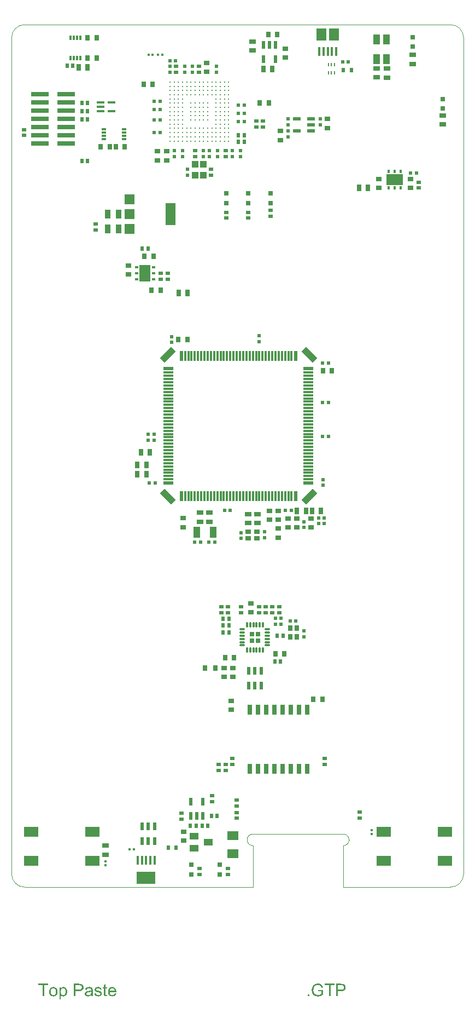
<source format=gtp>
G04 Layer_Color=33789*
%FSLAX43Y43*%
%MOMM*%
G71*
G01*
G75*
%ADD10R,0.640X1.000*%
%ADD11R,0.750X0.750*%
%ADD12R,1.000X0.640*%
%ADD13C,0.100*%
%ADD14C,0.100*%
%ADD15R,0.640X1.550*%
%ADD16R,2.160X1.520*%
%ADD17R,1.300X0.600*%
%ADD18R,1.650X1.500*%
%ADD19R,1.650X3.500*%
%ADD20R,0.640X1.000*%
%ADD21R,0.700X0.510*%
%ADD22R,1.000X1.000*%
%ADD23R,1.400X1.000*%
%ADD24R,0.600X1.300*%
%ADD25R,0.800X0.800*%
%ADD26R,0.800X0.800*%
%ADD27R,0.800X0.950*%
%ADD28R,0.300X0.800*%
G04:AMPARAMS|DCode=29|XSize=0.3mm|YSize=0.85mm|CornerRadius=0.075mm|HoleSize=0mm|Usage=FLASHONLY|Rotation=180.000|XOffset=0mm|YOffset=0mm|HoleType=Round|Shape=RoundedRectangle|*
%AMROUNDEDRECTD29*
21,1,0.300,0.700,0,0,180.0*
21,1,0.150,0.850,0,0,180.0*
1,1,0.150,-0.075,0.350*
1,1,0.150,0.075,0.350*
1,1,0.150,0.075,-0.350*
1,1,0.150,-0.075,-0.350*
%
%ADD29ROUNDEDRECTD29*%
G04:AMPARAMS|DCode=30|XSize=0.3mm|YSize=0.85mm|CornerRadius=0.075mm|HoleSize=0mm|Usage=FLASHONLY|Rotation=270.000|XOffset=0mm|YOffset=0mm|HoleType=Round|Shape=RoundedRectangle|*
%AMROUNDEDRECTD30*
21,1,0.300,0.700,0,0,270.0*
21,1,0.150,0.850,0,0,270.0*
1,1,0.150,-0.350,-0.075*
1,1,0.150,-0.350,0.075*
1,1,0.150,0.350,0.075*
1,1,0.150,0.350,-0.075*
%
%ADD30ROUNDEDRECTD30*%
%ADD31C,0.250*%
G04:AMPARAMS|DCode=32|XSize=1mm|YSize=2.5mm|CornerRadius=0mm|HoleSize=0mm|Usage=FLASHONLY|Rotation=315.000|XOffset=0mm|YOffset=0mm|HoleType=Round|Shape=Rectangle|*
%AMROTATEDRECTD32*
4,1,4,-1.237,-0.530,0.530,1.237,1.237,0.530,-0.530,-1.237,-1.237,-0.530,0.0*
%
%ADD32ROTATEDRECTD32*%

G04:AMPARAMS|DCode=33|XSize=1mm|YSize=2.5mm|CornerRadius=0mm|HoleSize=0mm|Usage=FLASHONLY|Rotation=225.000|XOffset=0mm|YOffset=0mm|HoleType=Round|Shape=Rectangle|*
%AMROTATEDRECTD33*
4,1,4,-0.530,1.237,1.237,-0.530,0.530,-1.237,-1.237,0.530,-0.530,1.237,0.0*
%
%ADD33ROTATEDRECTD33*%

%ADD34R,0.300X1.650*%
%ADD35R,0.500X1.650*%
%ADD36R,1.650X0.500*%
%ADD37R,1.650X0.300*%
%ADD38R,1.700X2.500*%
%ADD39R,0.500X0.450*%
%ADD40R,0.425X0.330*%
%ADD41R,0.600X1.200*%
%ADD42R,0.250X0.600*%
%ADD43R,0.550X0.800*%
%ADD44R,1.000X1.800*%
%ADD45R,0.850X0.750*%
%ADD46R,1.500X1.900*%
%ADD47R,0.400X1.350*%
%ADD48R,0.400X1.350*%
%ADD49R,2.900X1.900*%
%ADD50R,2.790X0.740*%
%ADD51R,1.780X1.400*%
%ADD52R,0.900X1.400*%
%ADD53R,0.640X0.890*%
%ADD54R,0.560X0.510*%
%ADD55R,0.890X0.640*%
%ADD56R,0.510X0.560*%
%ADD57R,0.510X0.700*%
%ADD58R,1.000X0.640*%
%ADD59R,2.500X1.700*%
%ADD60R,0.450X0.500*%
%ADD61R,1.200X0.400*%
%ADD62R,0.800X0.300*%
%ADD63R,0.330X0.425*%
%ADD64R,0.750X0.850*%
%ADD65R,1.100X1.500*%
G36*
X15623Y-15446D02*
X15645Y-15448D01*
X15673Y-15454D01*
X15703Y-15459D01*
X15739Y-15468D01*
X15773Y-15476D01*
X15812Y-15490D01*
X15848Y-15504D01*
X15887Y-15523D01*
X15925Y-15546D01*
X15964Y-15571D01*
X16000Y-15601D01*
X16034Y-15634D01*
X16037Y-15637D01*
X16042Y-15643D01*
X16050Y-15654D01*
X16062Y-15670D01*
X16075Y-15690D01*
X16089Y-15712D01*
X16106Y-15740D01*
X16123Y-15773D01*
X16139Y-15809D01*
X16156Y-15848D01*
X16170Y-15893D01*
X16184Y-15940D01*
X16195Y-15993D01*
X16203Y-16048D01*
X16209Y-16106D01*
X16211Y-16170D01*
Y-16173D01*
Y-16184D01*
Y-16203D01*
X16209Y-16231D01*
X15168D01*
Y-16234D01*
Y-16242D01*
X15170Y-16253D01*
Y-16270D01*
X15173Y-16290D01*
X15179Y-16312D01*
X15187Y-16362D01*
X15204Y-16417D01*
X15226Y-16478D01*
X15256Y-16534D01*
X15295Y-16584D01*
X15298D01*
X15301Y-16589D01*
X15318Y-16603D01*
X15342Y-16623D01*
X15376Y-16642D01*
X15420Y-16664D01*
X15470Y-16684D01*
X15526Y-16698D01*
X15556Y-16700D01*
X15590Y-16703D01*
X15612D01*
X15637Y-16700D01*
X15667Y-16695D01*
X15701Y-16687D01*
X15739Y-16675D01*
X15776Y-16659D01*
X15812Y-16637D01*
X15814Y-16634D01*
X15828Y-16623D01*
X15845Y-16606D01*
X15864Y-16584D01*
X15887Y-16553D01*
X15912Y-16514D01*
X15937Y-16470D01*
X15959Y-16417D01*
X16203Y-16448D01*
Y-16451D01*
X16200Y-16456D01*
X16198Y-16467D01*
X16192Y-16484D01*
X16184Y-16501D01*
X16175Y-16523D01*
X16153Y-16570D01*
X16125Y-16623D01*
X16087Y-16678D01*
X16042Y-16731D01*
X15987Y-16781D01*
X15984D01*
X15978Y-16786D01*
X15970Y-16792D01*
X15959Y-16800D01*
X15942Y-16809D01*
X15925Y-16817D01*
X15903Y-16828D01*
X15878Y-16839D01*
X15851Y-16850D01*
X15823Y-16861D01*
X15753Y-16878D01*
X15676Y-16892D01*
X15590Y-16898D01*
X15559D01*
X15540Y-16895D01*
X15515Y-16892D01*
X15484Y-16886D01*
X15451Y-16881D01*
X15415Y-16875D01*
X15337Y-16853D01*
X15295Y-16836D01*
X15256Y-16820D01*
X15215Y-16798D01*
X15176Y-16773D01*
X15140Y-16745D01*
X15104Y-16712D01*
X15101Y-16709D01*
X15095Y-16703D01*
X15087Y-16692D01*
X15076Y-16675D01*
X15062Y-16656D01*
X15048Y-16634D01*
X15032Y-16606D01*
X15015Y-16576D01*
X14998Y-16539D01*
X14982Y-16501D01*
X14968Y-16456D01*
X14954Y-16409D01*
X14943Y-16359D01*
X14934Y-16303D01*
X14929Y-16245D01*
X14926Y-16184D01*
Y-16181D01*
Y-16167D01*
Y-16151D01*
X14929Y-16126D01*
X14932Y-16095D01*
X14934Y-16062D01*
X14940Y-16023D01*
X14948Y-15984D01*
X14970Y-15895D01*
X14984Y-15851D01*
X15001Y-15804D01*
X15023Y-15759D01*
X15048Y-15718D01*
X15076Y-15676D01*
X15107Y-15637D01*
X15109Y-15634D01*
X15115Y-15629D01*
X15126Y-15620D01*
X15140Y-15607D01*
X15156Y-15593D01*
X15179Y-15576D01*
X15204Y-15557D01*
X15234Y-15540D01*
X15265Y-15521D01*
X15301Y-15504D01*
X15340Y-15487D01*
X15381Y-15473D01*
X15426Y-15459D01*
X15473Y-15451D01*
X15523Y-15446D01*
X15576Y-15443D01*
X15603D01*
X15623Y-15446D01*
D02*
G37*
G36*
X6509D02*
X6534Y-15448D01*
X6561Y-15454D01*
X6592Y-15459D01*
X6628Y-15465D01*
X6703Y-15490D01*
X6742Y-15504D01*
X6781Y-15523D01*
X6819Y-15543D01*
X6858Y-15571D01*
X6894Y-15598D01*
X6931Y-15632D01*
X6933Y-15634D01*
X6939Y-15640D01*
X6947Y-15651D01*
X6958Y-15665D01*
X6972Y-15684D01*
X6989Y-15709D01*
X7005Y-15737D01*
X7022Y-15768D01*
X7039Y-15801D01*
X7055Y-15843D01*
X7072Y-15884D01*
X7086Y-15931D01*
X7097Y-15981D01*
X7105Y-16034D01*
X7111Y-16090D01*
X7114Y-16151D01*
Y-16154D01*
Y-16162D01*
Y-16176D01*
Y-16195D01*
X7111Y-16217D01*
X7108Y-16245D01*
Y-16273D01*
X7103Y-16303D01*
X7094Y-16373D01*
X7078Y-16442D01*
X7058Y-16512D01*
X7030Y-16576D01*
Y-16578D01*
X7028Y-16581D01*
X7022Y-16589D01*
X7017Y-16600D01*
X6997Y-16628D01*
X6972Y-16662D01*
X6939Y-16700D01*
X6897Y-16739D01*
X6850Y-16778D01*
X6795Y-16814D01*
X6792D01*
X6789Y-16817D01*
X6781Y-16823D01*
X6767Y-16828D01*
X6753Y-16834D01*
X6736Y-16839D01*
X6695Y-16856D01*
X6647Y-16870D01*
X6589Y-16884D01*
X6528Y-16895D01*
X6461Y-16898D01*
X6434D01*
X6411Y-16895D01*
X6386Y-16892D01*
X6359Y-16886D01*
X6325Y-16881D01*
X6292Y-16875D01*
X6217Y-16853D01*
X6175Y-16836D01*
X6137Y-16820D01*
X6098Y-16798D01*
X6059Y-16773D01*
X6023Y-16745D01*
X5987Y-16712D01*
X5984Y-16709D01*
X5978Y-16703D01*
X5970Y-16692D01*
X5959Y-16675D01*
X5945Y-16656D01*
X5931Y-16634D01*
X5914Y-16606D01*
X5898Y-16573D01*
X5881Y-16537D01*
X5864Y-16495D01*
X5851Y-16451D01*
X5837Y-16403D01*
X5826Y-16351D01*
X5817Y-16295D01*
X5812Y-16234D01*
X5809Y-16170D01*
Y-16165D01*
Y-16154D01*
X5812Y-16134D01*
Y-16106D01*
X5814Y-16076D01*
X5820Y-16037D01*
X5826Y-15998D01*
X5837Y-15954D01*
X5848Y-15909D01*
X5862Y-15862D01*
X5878Y-15812D01*
X5901Y-15765D01*
X5923Y-15720D01*
X5953Y-15676D01*
X5984Y-15634D01*
X6023Y-15598D01*
X6025Y-15595D01*
X6031Y-15593D01*
X6042Y-15584D01*
X6056Y-15573D01*
X6073Y-15562D01*
X6095Y-15548D01*
X6117Y-15534D01*
X6145Y-15521D01*
X6175Y-15507D01*
X6209Y-15493D01*
X6284Y-15468D01*
X6370Y-15448D01*
X6414Y-15446D01*
X6461Y-15443D01*
X6489D01*
X6509Y-15446D01*
D02*
G37*
G36*
X5665Y-15174D02*
X5032D01*
Y-16867D01*
X4776D01*
Y-15174D01*
X4143D01*
Y-14946D01*
X5665D01*
Y-15174D01*
D02*
G37*
G36*
X14535Y-15473D02*
X14773D01*
Y-15657D01*
X14535D01*
Y-16476D01*
Y-16481D01*
Y-16492D01*
Y-16509D01*
X14537Y-16528D01*
X14540Y-16573D01*
X14543Y-16592D01*
X14546Y-16606D01*
X14548Y-16612D01*
X14557Y-16623D01*
X14568Y-16637D01*
X14587Y-16650D01*
X14593Y-16653D01*
X14607Y-16659D01*
X14632Y-16664D01*
X14668Y-16667D01*
X14696D01*
X14710Y-16664D01*
X14729D01*
X14751Y-16662D01*
X14773Y-16659D01*
X14804Y-16867D01*
X14798D01*
X14787Y-16870D01*
X14768Y-16873D01*
X14743Y-16875D01*
X14715Y-16881D01*
X14685Y-16884D01*
X14623Y-16886D01*
X14601D01*
X14579Y-16884D01*
X14551Y-16881D01*
X14518Y-16878D01*
X14485Y-16870D01*
X14454Y-16861D01*
X14424Y-16848D01*
X14421Y-16845D01*
X14412Y-16839D01*
X14401Y-16831D01*
X14385Y-16817D01*
X14371Y-16803D01*
X14354Y-16784D01*
X14337Y-16764D01*
X14326Y-16739D01*
Y-16737D01*
X14321Y-16725D01*
X14318Y-16706D01*
X14313Y-16678D01*
X14307Y-16642D01*
X14304Y-16620D01*
Y-16595D01*
X14301Y-16564D01*
X14299Y-16534D01*
Y-16501D01*
Y-16462D01*
Y-15657D01*
X14124D01*
Y-15473D01*
X14299D01*
Y-15129D01*
X14535Y-14988D01*
Y-15473D01*
D02*
G37*
G36*
X50013Y-15174D02*
X49380D01*
Y-16867D01*
X49125D01*
Y-15174D01*
X48492D01*
Y-14946D01*
X50013D01*
Y-15174D01*
D02*
G37*
G36*
X46107Y-16867D02*
X45838D01*
Y-16598D01*
X46107D01*
Y-16867D01*
D02*
G37*
G36*
X47495Y-14915D02*
X47518D01*
X47570Y-14921D01*
X47629Y-14929D01*
X47690Y-14943D01*
X47756Y-14960D01*
X47820Y-14982D01*
X47823D01*
X47829Y-14985D01*
X47837Y-14988D01*
X47848Y-14993D01*
X47879Y-15010D01*
X47917Y-15029D01*
X47959Y-15057D01*
X48003Y-15090D01*
X48045Y-15126D01*
X48084Y-15171D01*
X48090Y-15176D01*
X48101Y-15193D01*
X48117Y-15218D01*
X48139Y-15254D01*
X48162Y-15298D01*
X48187Y-15354D01*
X48212Y-15415D01*
X48231Y-15484D01*
X48001Y-15546D01*
Y-15543D01*
X47998Y-15540D01*
X47995Y-15532D01*
X47992Y-15521D01*
X47984Y-15496D01*
X47973Y-15462D01*
X47956Y-15423D01*
X47937Y-15387D01*
X47917Y-15348D01*
X47892Y-15315D01*
X47890Y-15312D01*
X47881Y-15301D01*
X47865Y-15287D01*
X47845Y-15268D01*
X47820Y-15246D01*
X47787Y-15223D01*
X47751Y-15201D01*
X47709Y-15182D01*
X47704Y-15179D01*
X47690Y-15174D01*
X47665Y-15165D01*
X47631Y-15154D01*
X47593Y-15146D01*
X47548Y-15137D01*
X47498Y-15132D01*
X47445Y-15129D01*
X47415D01*
X47401Y-15132D01*
X47384D01*
X47343Y-15135D01*
X47296Y-15143D01*
X47243Y-15151D01*
X47193Y-15165D01*
X47143Y-15185D01*
X47137Y-15187D01*
X47121Y-15193D01*
X47098Y-15207D01*
X47071Y-15221D01*
X47037Y-15243D01*
X47001Y-15265D01*
X46968Y-15293D01*
X46937Y-15323D01*
X46935Y-15326D01*
X46924Y-15337D01*
X46910Y-15357D01*
X46893Y-15379D01*
X46874Y-15407D01*
X46854Y-15440D01*
X46835Y-15476D01*
X46815Y-15515D01*
Y-15518D01*
X46812Y-15523D01*
X46810Y-15532D01*
X46804Y-15546D01*
X46799Y-15562D01*
X46793Y-15582D01*
X46785Y-15604D01*
X46779Y-15629D01*
X46765Y-15687D01*
X46754Y-15754D01*
X46746Y-15823D01*
X46743Y-15901D01*
Y-15904D01*
Y-15912D01*
Y-15926D01*
X46746Y-15943D01*
Y-15965D01*
X46749Y-15993D01*
X46751Y-16020D01*
X46754Y-16051D01*
X46765Y-16120D01*
X46779Y-16192D01*
X46801Y-16265D01*
X46829Y-16334D01*
Y-16337D01*
X46835Y-16342D01*
X46837Y-16351D01*
X46846Y-16362D01*
X46865Y-16392D01*
X46896Y-16431D01*
X46932Y-16473D01*
X46976Y-16514D01*
X47029Y-16553D01*
X47087Y-16589D01*
X47090D01*
X47096Y-16592D01*
X47104Y-16598D01*
X47118Y-16603D01*
X47132Y-16609D01*
X47151Y-16614D01*
X47196Y-16631D01*
X47251Y-16645D01*
X47312Y-16659D01*
X47379Y-16670D01*
X47448Y-16673D01*
X47476D01*
X47493Y-16670D01*
X47509D01*
X47551Y-16664D01*
X47601Y-16659D01*
X47654Y-16648D01*
X47712Y-16631D01*
X47770Y-16612D01*
X47773D01*
X47779Y-16609D01*
X47784Y-16606D01*
X47795Y-16600D01*
X47826Y-16587D01*
X47859Y-16570D01*
X47898Y-16551D01*
X47940Y-16528D01*
X47978Y-16503D01*
X48012Y-16476D01*
Y-16115D01*
X47445D01*
Y-15887D01*
X48262D01*
Y-16600D01*
X48259Y-16603D01*
X48253Y-16606D01*
X48242Y-16614D01*
X48228Y-16625D01*
X48212Y-16637D01*
X48192Y-16650D01*
X48167Y-16667D01*
X48142Y-16684D01*
X48084Y-16720D01*
X48017Y-16759D01*
X47948Y-16795D01*
X47873Y-16825D01*
X47870D01*
X47865Y-16828D01*
X47854Y-16831D01*
X47840Y-16836D01*
X47820Y-16842D01*
X47798Y-16850D01*
X47773Y-16856D01*
X47748Y-16861D01*
X47687Y-16875D01*
X47618Y-16889D01*
X47543Y-16898D01*
X47465Y-16900D01*
X47437D01*
X47418Y-16898D01*
X47393D01*
X47362Y-16895D01*
X47329Y-16889D01*
X47293Y-16886D01*
X47212Y-16870D01*
X47126Y-16850D01*
X47037Y-16820D01*
X46993Y-16803D01*
X46948Y-16781D01*
X46946Y-16778D01*
X46937Y-16775D01*
X46926Y-16767D01*
X46910Y-16759D01*
X46890Y-16745D01*
X46871Y-16731D01*
X46818Y-16692D01*
X46762Y-16642D01*
X46704Y-16581D01*
X46649Y-16512D01*
X46599Y-16431D01*
Y-16428D01*
X46593Y-16420D01*
X46588Y-16409D01*
X46579Y-16389D01*
X46571Y-16370D01*
X46563Y-16342D01*
X46551Y-16315D01*
X46540Y-16281D01*
X46529Y-16245D01*
X46518Y-16203D01*
X46510Y-16162D01*
X46502Y-16117D01*
X46488Y-16020D01*
X46482Y-15918D01*
Y-15915D01*
Y-15904D01*
Y-15890D01*
X46485Y-15870D01*
Y-15845D01*
X46488Y-15815D01*
X46493Y-15784D01*
X46496Y-15748D01*
X46504Y-15709D01*
X46510Y-15668D01*
X46532Y-15579D01*
X46560Y-15487D01*
X46599Y-15396D01*
X46601Y-15393D01*
X46604Y-15384D01*
X46610Y-15373D01*
X46621Y-15357D01*
X46632Y-15335D01*
X46646Y-15312D01*
X46685Y-15260D01*
X46732Y-15198D01*
X46790Y-15140D01*
X46857Y-15082D01*
X46896Y-15057D01*
X46935Y-15032D01*
X46937Y-15029D01*
X46946Y-15026D01*
X46957Y-15021D01*
X46973Y-15012D01*
X46996Y-15004D01*
X47021Y-14993D01*
X47048Y-14982D01*
X47082Y-14971D01*
X47118Y-14960D01*
X47157Y-14951D01*
X47198Y-14940D01*
X47243Y-14932D01*
X47340Y-14918D01*
X47390Y-14913D01*
X47479D01*
X47495Y-14915D01*
D02*
G37*
G36*
X51107Y-14949D02*
X51154Y-14951D01*
X51204Y-14954D01*
X51252Y-14960D01*
X51293Y-14965D01*
X51299D01*
X51318Y-14971D01*
X51343Y-14976D01*
X51377Y-14985D01*
X51413Y-14999D01*
X51452Y-15015D01*
X51493Y-15035D01*
X51529Y-15057D01*
X51535Y-15060D01*
X51546Y-15068D01*
X51563Y-15085D01*
X51585Y-15104D01*
X51610Y-15129D01*
X51635Y-15162D01*
X51663Y-15198D01*
X51685Y-15240D01*
X51687Y-15246D01*
X51693Y-15260D01*
X51704Y-15285D01*
X51715Y-15318D01*
X51724Y-15357D01*
X51735Y-15401D01*
X51740Y-15451D01*
X51743Y-15504D01*
Y-15507D01*
Y-15515D01*
Y-15526D01*
X51740Y-15546D01*
X51737Y-15565D01*
X51735Y-15590D01*
X51729Y-15618D01*
X51724Y-15648D01*
X51704Y-15712D01*
X51693Y-15745D01*
X51676Y-15781D01*
X51657Y-15818D01*
X51638Y-15851D01*
X51613Y-15884D01*
X51585Y-15918D01*
X51582Y-15920D01*
X51576Y-15926D01*
X51568Y-15934D01*
X51554Y-15943D01*
X51538Y-15956D01*
X51515Y-15970D01*
X51488Y-15987D01*
X51457Y-16001D01*
X51421Y-16017D01*
X51379Y-16034D01*
X51335Y-16048D01*
X51282Y-16059D01*
X51227Y-16070D01*
X51166Y-16079D01*
X51096Y-16084D01*
X51024Y-16087D01*
X50533D01*
Y-16867D01*
X50277D01*
Y-14946D01*
X51066D01*
X51107Y-14949D01*
D02*
G37*
G36*
X10492D02*
X10540Y-14951D01*
X10590Y-14954D01*
X10637Y-14960D01*
X10678Y-14965D01*
X10684D01*
X10703Y-14971D01*
X10728Y-14976D01*
X10762Y-14985D01*
X10798Y-14999D01*
X10837Y-15015D01*
X10878Y-15035D01*
X10914Y-15057D01*
X10920Y-15060D01*
X10931Y-15068D01*
X10948Y-15085D01*
X10970Y-15104D01*
X10995Y-15129D01*
X11020Y-15162D01*
X11048Y-15198D01*
X11070Y-15240D01*
X11073Y-15246D01*
X11078Y-15260D01*
X11089Y-15285D01*
X11100Y-15318D01*
X11109Y-15357D01*
X11120Y-15401D01*
X11125Y-15451D01*
X11128Y-15504D01*
Y-15507D01*
Y-15515D01*
Y-15526D01*
X11125Y-15546D01*
X11123Y-15565D01*
X11120Y-15590D01*
X11114Y-15618D01*
X11109Y-15648D01*
X11089Y-15712D01*
X11078Y-15745D01*
X11062Y-15781D01*
X11042Y-15818D01*
X11023Y-15851D01*
X10998Y-15884D01*
X10970Y-15918D01*
X10967Y-15920D01*
X10962Y-15926D01*
X10953Y-15934D01*
X10939Y-15943D01*
X10923Y-15956D01*
X10901Y-15970D01*
X10873Y-15987D01*
X10842Y-16001D01*
X10806Y-16017D01*
X10764Y-16034D01*
X10720Y-16048D01*
X10667Y-16059D01*
X10612Y-16070D01*
X10551Y-16079D01*
X10481Y-16084D01*
X10409Y-16087D01*
X9918D01*
Y-16867D01*
X9662D01*
Y-14946D01*
X10451D01*
X10492Y-14949D01*
D02*
G37*
G36*
X13430Y-15446D02*
X13471Y-15448D01*
X13516Y-15454D01*
X13563Y-15465D01*
X13613Y-15476D01*
X13660Y-15493D01*
X13663D01*
X13666Y-15496D01*
X13680Y-15501D01*
X13702Y-15512D01*
X13730Y-15526D01*
X13760Y-15546D01*
X13791Y-15568D01*
X13818Y-15593D01*
X13843Y-15620D01*
X13846Y-15623D01*
X13852Y-15634D01*
X13863Y-15654D01*
X13877Y-15676D01*
X13891Y-15709D01*
X13904Y-15745D01*
X13916Y-15787D01*
X13927Y-15834D01*
X13696Y-15865D01*
Y-15859D01*
X13693Y-15848D01*
X13688Y-15829D01*
X13680Y-15804D01*
X13666Y-15779D01*
X13649Y-15751D01*
X13630Y-15723D01*
X13602Y-15698D01*
X13599Y-15695D01*
X13588Y-15690D01*
X13571Y-15679D01*
X13546Y-15668D01*
X13519Y-15657D01*
X13482Y-15645D01*
X13438Y-15640D01*
X13391Y-15637D01*
X13363D01*
X13335Y-15640D01*
X13299Y-15643D01*
X13263Y-15651D01*
X13224Y-15659D01*
X13188Y-15673D01*
X13158Y-15693D01*
X13155Y-15695D01*
X13146Y-15701D01*
X13135Y-15712D01*
X13124Y-15729D01*
X13110Y-15745D01*
X13099Y-15768D01*
X13091Y-15793D01*
X13088Y-15818D01*
Y-15820D01*
Y-15826D01*
X13091Y-15834D01*
Y-15845D01*
X13099Y-15873D01*
X13116Y-15901D01*
X13119Y-15904D01*
X13122Y-15906D01*
X13127Y-15915D01*
X13138Y-15923D01*
X13149Y-15931D01*
X13166Y-15943D01*
X13185Y-15951D01*
X13208Y-15962D01*
X13210D01*
X13216Y-15965D01*
X13227Y-15968D01*
X13246Y-15976D01*
X13274Y-15984D01*
X13310Y-15993D01*
X13333Y-16001D01*
X13357Y-16006D01*
X13385Y-16015D01*
X13416Y-16023D01*
X13419D01*
X13427Y-16026D01*
X13441Y-16029D01*
X13457Y-16034D01*
X13477Y-16040D01*
X13502Y-16045D01*
X13555Y-16062D01*
X13613Y-16079D01*
X13671Y-16098D01*
X13724Y-16117D01*
X13746Y-16126D01*
X13766Y-16134D01*
X13771Y-16137D01*
X13782Y-16142D01*
X13799Y-16151D01*
X13824Y-16165D01*
X13849Y-16181D01*
X13874Y-16203D01*
X13899Y-16228D01*
X13921Y-16256D01*
X13924Y-16259D01*
X13929Y-16270D01*
X13941Y-16287D01*
X13952Y-16312D01*
X13960Y-16342D01*
X13971Y-16376D01*
X13977Y-16414D01*
X13979Y-16459D01*
Y-16464D01*
Y-16478D01*
X13977Y-16501D01*
X13971Y-16531D01*
X13963Y-16564D01*
X13949Y-16600D01*
X13932Y-16642D01*
X13910Y-16681D01*
X13907Y-16687D01*
X13896Y-16698D01*
X13882Y-16717D01*
X13860Y-16739D01*
X13829Y-16764D01*
X13796Y-16792D01*
X13757Y-16817D01*
X13710Y-16842D01*
X13707D01*
X13705Y-16845D01*
X13688Y-16850D01*
X13660Y-16859D01*
X13624Y-16870D01*
X13580Y-16881D01*
X13530Y-16889D01*
X13477Y-16895D01*
X13416Y-16898D01*
X13391D01*
X13371Y-16895D01*
X13349D01*
X13321Y-16892D01*
X13294Y-16889D01*
X13263Y-16884D01*
X13196Y-16870D01*
X13127Y-16850D01*
X13060Y-16823D01*
X13030Y-16806D01*
X13002Y-16786D01*
X12999Y-16784D01*
X12997Y-16781D01*
X12980Y-16764D01*
X12955Y-16739D01*
X12927Y-16700D01*
X12897Y-16653D01*
X12866Y-16598D01*
X12841Y-16528D01*
X12822Y-16451D01*
X13055Y-16414D01*
Y-16417D01*
Y-16420D01*
X13060Y-16437D01*
X13066Y-16464D01*
X13077Y-16495D01*
X13091Y-16528D01*
X13108Y-16564D01*
X13133Y-16600D01*
X13163Y-16631D01*
X13169Y-16634D01*
X13180Y-16642D01*
X13202Y-16653D01*
X13230Y-16667D01*
X13266Y-16681D01*
X13308Y-16692D01*
X13357Y-16700D01*
X13416Y-16703D01*
X13444D01*
X13471Y-16700D01*
X13507Y-16695D01*
X13546Y-16687D01*
X13588Y-16675D01*
X13624Y-16662D01*
X13657Y-16639D01*
X13660Y-16637D01*
X13671Y-16628D01*
X13682Y-16614D01*
X13699Y-16595D01*
X13713Y-16573D01*
X13727Y-16545D01*
X13735Y-16517D01*
X13738Y-16484D01*
Y-16481D01*
Y-16470D01*
X13735Y-16456D01*
X13730Y-16437D01*
X13721Y-16417D01*
X13707Y-16398D01*
X13691Y-16376D01*
X13666Y-16359D01*
X13663Y-16356D01*
X13655Y-16353D01*
X13641Y-16345D01*
X13618Y-16337D01*
X13585Y-16326D01*
X13566Y-16317D01*
X13543Y-16312D01*
X13519Y-16303D01*
X13491Y-16295D01*
X13460Y-16287D01*
X13424Y-16278D01*
X13421D01*
X13413Y-16276D01*
X13399Y-16273D01*
X13382Y-16267D01*
X13360Y-16262D01*
X13335Y-16253D01*
X13283Y-16240D01*
X13221Y-16220D01*
X13163Y-16203D01*
X13108Y-16184D01*
X13083Y-16173D01*
X13063Y-16165D01*
X13058Y-16162D01*
X13047Y-16156D01*
X13030Y-16145D01*
X13008Y-16131D01*
X12983Y-16112D01*
X12958Y-16090D01*
X12933Y-16065D01*
X12911Y-16034D01*
X12908Y-16031D01*
X12902Y-16020D01*
X12894Y-16001D01*
X12886Y-15979D01*
X12877Y-15951D01*
X12869Y-15918D01*
X12863Y-15884D01*
X12861Y-15845D01*
Y-15840D01*
Y-15829D01*
X12863Y-15812D01*
X12866Y-15787D01*
X12872Y-15762D01*
X12877Y-15732D01*
X12888Y-15704D01*
X12902Y-15673D01*
X12905Y-15670D01*
X12911Y-15659D01*
X12919Y-15645D01*
X12933Y-15626D01*
X12949Y-15607D01*
X12969Y-15582D01*
X12991Y-15559D01*
X13019Y-15540D01*
X13022Y-15537D01*
X13030Y-15534D01*
X13041Y-15526D01*
X13058Y-15518D01*
X13080Y-15507D01*
X13105Y-15496D01*
X13135Y-15484D01*
X13169Y-15473D01*
X13174Y-15471D01*
X13185Y-15468D01*
X13205Y-15462D01*
X13230Y-15457D01*
X13260Y-15451D01*
X13294Y-15448D01*
X13333Y-15443D01*
X13399D01*
X13430Y-15446D01*
D02*
G37*
G36*
X8052D02*
X8072Y-15448D01*
X8113Y-15454D01*
X8163Y-15465D01*
X8216Y-15482D01*
X8269Y-15507D01*
X8321Y-15537D01*
X8324D01*
X8327Y-15543D01*
X8344Y-15554D01*
X8369Y-15576D01*
X8399Y-15604D01*
X8432Y-15640D01*
X8466Y-15684D01*
X8499Y-15737D01*
X8527Y-15795D01*
Y-15798D01*
X8530Y-15804D01*
X8532Y-15812D01*
X8538Y-15823D01*
X8544Y-15840D01*
X8549Y-15859D01*
X8563Y-15904D01*
X8577Y-15959D01*
X8588Y-16020D01*
X8596Y-16090D01*
X8599Y-16162D01*
Y-16165D01*
Y-16170D01*
Y-16181D01*
Y-16198D01*
X8596Y-16217D01*
Y-16240D01*
X8591Y-16290D01*
X8580Y-16351D01*
X8566Y-16414D01*
X8546Y-16481D01*
X8521Y-16548D01*
Y-16551D01*
X8519Y-16556D01*
X8513Y-16564D01*
X8507Y-16576D01*
X8488Y-16606D01*
X8463Y-16645D01*
X8432Y-16687D01*
X8394Y-16728D01*
X8349Y-16770D01*
X8296Y-16809D01*
X8294D01*
X8291Y-16811D01*
X8283Y-16817D01*
X8271Y-16823D01*
X8244Y-16836D01*
X8205Y-16853D01*
X8158Y-16870D01*
X8108Y-16884D01*
X8049Y-16895D01*
X7991Y-16898D01*
X7972D01*
X7949Y-16895D01*
X7922Y-16892D01*
X7888Y-16886D01*
X7852Y-16878D01*
X7816Y-16867D01*
X7780Y-16850D01*
X7777Y-16848D01*
X7763Y-16842D01*
X7747Y-16831D01*
X7725Y-16814D01*
X7702Y-16798D01*
X7675Y-16775D01*
X7650Y-16750D01*
X7627Y-16723D01*
Y-17400D01*
X7391D01*
Y-15473D01*
X7605D01*
Y-15657D01*
X7608Y-15651D01*
X7619Y-15640D01*
X7633Y-15620D01*
X7655Y-15598D01*
X7680Y-15571D01*
X7708Y-15546D01*
X7741Y-15521D01*
X7775Y-15498D01*
X7780Y-15496D01*
X7791Y-15490D01*
X7813Y-15482D01*
X7841Y-15471D01*
X7874Y-15459D01*
X7913Y-15451D01*
X7958Y-15446D01*
X8008Y-15443D01*
X8038D01*
X8052Y-15446D01*
D02*
G37*
G36*
X12072D02*
X12114Y-15448D01*
X12161Y-15454D01*
X12208Y-15462D01*
X12255Y-15473D01*
X12300Y-15487D01*
X12305Y-15490D01*
X12319Y-15496D01*
X12339Y-15504D01*
X12364Y-15515D01*
X12391Y-15532D01*
X12419Y-15548D01*
X12444Y-15571D01*
X12466Y-15593D01*
X12469Y-15595D01*
X12475Y-15604D01*
X12483Y-15618D01*
X12494Y-15634D01*
X12508Y-15659D01*
X12519Y-15684D01*
X12530Y-15715D01*
X12539Y-15751D01*
Y-15754D01*
X12541Y-15762D01*
X12544Y-15779D01*
X12547Y-15801D01*
Y-15831D01*
X12550Y-15868D01*
X12552Y-15915D01*
Y-15968D01*
Y-16284D01*
Y-16287D01*
Y-16298D01*
Y-16315D01*
Y-16337D01*
Y-16362D01*
Y-16392D01*
X12555Y-16459D01*
Y-16528D01*
X12558Y-16598D01*
X12561Y-16628D01*
Y-16656D01*
X12563Y-16681D01*
X12566Y-16700D01*
Y-16703D01*
X12569Y-16714D01*
X12572Y-16731D01*
X12580Y-16753D01*
X12586Y-16778D01*
X12597Y-16806D01*
X12611Y-16836D01*
X12625Y-16867D01*
X12377D01*
X12375Y-16864D01*
X12372Y-16853D01*
X12366Y-16839D01*
X12358Y-16817D01*
X12350Y-16792D01*
X12344Y-16762D01*
X12339Y-16728D01*
X12333Y-16692D01*
X12330D01*
X12328Y-16698D01*
X12311Y-16712D01*
X12286Y-16731D01*
X12253Y-16756D01*
X12211Y-16781D01*
X12169Y-16809D01*
X12125Y-16834D01*
X12078Y-16853D01*
X12072Y-16856D01*
X12055Y-16859D01*
X12030Y-16867D01*
X12000Y-16875D01*
X11961Y-16884D01*
X11917Y-16889D01*
X11867Y-16895D01*
X11817Y-16898D01*
X11794D01*
X11778Y-16895D01*
X11758D01*
X11736Y-16892D01*
X11686Y-16884D01*
X11631Y-16870D01*
X11570Y-16850D01*
X11514Y-16823D01*
X11464Y-16786D01*
X11459Y-16781D01*
X11445Y-16767D01*
X11425Y-16742D01*
X11403Y-16709D01*
X11381Y-16667D01*
X11361Y-16620D01*
X11348Y-16562D01*
X11345Y-16534D01*
X11342Y-16501D01*
Y-16495D01*
Y-16484D01*
X11345Y-16464D01*
X11348Y-16439D01*
X11353Y-16409D01*
X11361Y-16378D01*
X11372Y-16345D01*
X11386Y-16315D01*
X11389Y-16312D01*
X11395Y-16301D01*
X11406Y-16284D01*
X11420Y-16265D01*
X11436Y-16242D01*
X11459Y-16220D01*
X11481Y-16198D01*
X11509Y-16178D01*
X11511Y-16176D01*
X11522Y-16170D01*
X11536Y-16159D01*
X11559Y-16148D01*
X11583Y-16137D01*
X11614Y-16123D01*
X11645Y-16112D01*
X11681Y-16101D01*
X11683D01*
X11695Y-16098D01*
X11711Y-16092D01*
X11733Y-16090D01*
X11761Y-16084D01*
X11797Y-16079D01*
X11839Y-16070D01*
X11889Y-16065D01*
X11892D01*
X11903Y-16062D01*
X11917D01*
X11936Y-16059D01*
X11958Y-16056D01*
X11986Y-16051D01*
X12017Y-16048D01*
X12050Y-16042D01*
X12117Y-16029D01*
X12189Y-16015D01*
X12253Y-15998D01*
X12283Y-15990D01*
X12311Y-15981D01*
Y-15979D01*
Y-15973D01*
X12314Y-15956D01*
Y-15937D01*
Y-15926D01*
Y-15920D01*
Y-15918D01*
Y-15915D01*
Y-15898D01*
X12311Y-15870D01*
X12305Y-15840D01*
X12297Y-15806D01*
X12283Y-15773D01*
X12266Y-15743D01*
X12244Y-15718D01*
X12241Y-15715D01*
X12228Y-15704D01*
X12205Y-15693D01*
X12178Y-15676D01*
X12139Y-15662D01*
X12094Y-15648D01*
X12039Y-15640D01*
X11975Y-15637D01*
X11947D01*
X11919Y-15640D01*
X11881Y-15645D01*
X11842Y-15651D01*
X11800Y-15662D01*
X11761Y-15676D01*
X11728Y-15695D01*
X11725Y-15698D01*
X11714Y-15707D01*
X11700Y-15720D01*
X11683Y-15743D01*
X11667Y-15770D01*
X11647Y-15806D01*
X11631Y-15851D01*
X11614Y-15901D01*
X11384Y-15870D01*
Y-15868D01*
X11386Y-15865D01*
Y-15856D01*
X11389Y-15845D01*
X11397Y-15820D01*
X11409Y-15784D01*
X11422Y-15748D01*
X11439Y-15709D01*
X11461Y-15670D01*
X11486Y-15634D01*
X11489Y-15632D01*
X11500Y-15620D01*
X11517Y-15604D01*
X11539Y-15582D01*
X11570Y-15559D01*
X11606Y-15537D01*
X11647Y-15512D01*
X11695Y-15493D01*
X11697D01*
X11700Y-15490D01*
X11708Y-15487D01*
X11720Y-15484D01*
X11747Y-15476D01*
X11786Y-15468D01*
X11831Y-15459D01*
X11886Y-15451D01*
X11944Y-15446D01*
X12011Y-15443D01*
X12042D01*
X12072Y-15446D01*
D02*
G37*
%LPC*%
G36*
X15578Y-15637D02*
X15562D01*
X15551Y-15640D01*
X15520Y-15643D01*
X15484Y-15651D01*
X15440Y-15665D01*
X15392Y-15684D01*
X15348Y-15712D01*
X15304Y-15748D01*
X15298Y-15754D01*
X15287Y-15768D01*
X15268Y-15793D01*
X15248Y-15826D01*
X15226Y-15865D01*
X15206Y-15915D01*
X15190Y-15973D01*
X15181Y-16037D01*
X15962D01*
Y-16034D01*
Y-16029D01*
X15959Y-16020D01*
Y-16009D01*
X15953Y-15976D01*
X15945Y-15940D01*
X15931Y-15895D01*
X15917Y-15854D01*
X15895Y-15812D01*
X15870Y-15776D01*
Y-15773D01*
X15864Y-15770D01*
X15851Y-15754D01*
X15826Y-15732D01*
X15792Y-15707D01*
X15751Y-15682D01*
X15701Y-15659D01*
X15642Y-15643D01*
X15612Y-15640D01*
X15578Y-15637D01*
D02*
G37*
G36*
X6461D02*
X6445D01*
X6431Y-15640D01*
X6400Y-15643D01*
X6359Y-15654D01*
X6311Y-15670D01*
X6261Y-15693D01*
X6214Y-15726D01*
X6189Y-15748D01*
X6167Y-15770D01*
Y-15773D01*
X6162Y-15776D01*
X6156Y-15784D01*
X6148Y-15795D01*
X6139Y-15809D01*
X6131Y-15826D01*
X6120Y-15848D01*
X6109Y-15870D01*
X6098Y-15898D01*
X6087Y-15926D01*
X6078Y-15959D01*
X6070Y-15995D01*
X6062Y-16034D01*
X6056Y-16076D01*
X6053Y-16123D01*
X6050Y-16170D01*
Y-16173D01*
Y-16181D01*
Y-16195D01*
X6053Y-16215D01*
Y-16237D01*
X6056Y-16262D01*
X6064Y-16320D01*
X6078Y-16387D01*
X6100Y-16453D01*
X6128Y-16517D01*
X6148Y-16545D01*
X6167Y-16573D01*
X6170D01*
X6173Y-16578D01*
X6189Y-16592D01*
X6214Y-16614D01*
X6248Y-16637D01*
X6289Y-16662D01*
X6339Y-16684D01*
X6398Y-16698D01*
X6428Y-16700D01*
X6461Y-16703D01*
X6478D01*
X6492Y-16700D01*
X6522Y-16695D01*
X6564Y-16687D01*
X6609Y-16670D01*
X6658Y-16648D01*
X6706Y-16614D01*
X6731Y-16592D01*
X6753Y-16570D01*
X6756Y-16567D01*
X6758Y-16564D01*
X6764Y-16556D01*
X6772Y-16545D01*
X6781Y-16531D01*
X6792Y-16514D01*
X6803Y-16492D01*
X6814Y-16470D01*
X6825Y-16442D01*
X6833Y-16412D01*
X6844Y-16378D01*
X6853Y-16342D01*
X6861Y-16301D01*
X6867Y-16259D01*
X6872Y-16212D01*
Y-16162D01*
Y-16159D01*
Y-16151D01*
Y-16137D01*
X6869Y-16120D01*
Y-16098D01*
X6867Y-16073D01*
X6858Y-16015D01*
X6844Y-15954D01*
X6822Y-15887D01*
X6792Y-15826D01*
X6775Y-15795D01*
X6753Y-15770D01*
Y-15768D01*
X6747Y-15765D01*
X6731Y-15748D01*
X6706Y-15729D01*
X6672Y-15704D01*
X6631Y-15679D01*
X6581Y-15657D01*
X6525Y-15643D01*
X6495Y-15640D01*
X6461Y-15637D01*
D02*
G37*
G36*
X51082Y-15174D02*
X50533D01*
Y-15859D01*
X51049D01*
X51068Y-15856D01*
X51088D01*
X51110Y-15854D01*
X51163Y-15848D01*
X51221Y-15837D01*
X51279Y-15820D01*
X51332Y-15798D01*
X51357Y-15784D01*
X51377Y-15768D01*
X51382Y-15762D01*
X51393Y-15751D01*
X51410Y-15729D01*
X51429Y-15701D01*
X51449Y-15665D01*
X51465Y-15620D01*
X51477Y-15571D01*
X51482Y-15512D01*
Y-15509D01*
Y-15507D01*
Y-15493D01*
X51479Y-15468D01*
X51474Y-15440D01*
X51468Y-15409D01*
X51457Y-15373D01*
X51440Y-15340D01*
X51421Y-15307D01*
X51418Y-15304D01*
X51410Y-15293D01*
X51396Y-15279D01*
X51379Y-15260D01*
X51354Y-15240D01*
X51327Y-15223D01*
X51296Y-15207D01*
X51260Y-15193D01*
X51257D01*
X51246Y-15190D01*
X51229Y-15187D01*
X51207Y-15182D01*
X51174Y-15179D01*
X51132Y-15176D01*
X51082Y-15174D01*
D02*
G37*
G36*
X10467D02*
X9918D01*
Y-15859D01*
X10434D01*
X10454Y-15856D01*
X10473D01*
X10495Y-15854D01*
X10548Y-15848D01*
X10606Y-15837D01*
X10665Y-15820D01*
X10717Y-15798D01*
X10742Y-15784D01*
X10762Y-15768D01*
X10767Y-15762D01*
X10778Y-15751D01*
X10795Y-15729D01*
X10814Y-15701D01*
X10834Y-15665D01*
X10851Y-15620D01*
X10862Y-15571D01*
X10867Y-15512D01*
Y-15509D01*
Y-15507D01*
Y-15493D01*
X10864Y-15468D01*
X10859Y-15440D01*
X10853Y-15409D01*
X10842Y-15373D01*
X10826Y-15340D01*
X10806Y-15307D01*
X10803Y-15304D01*
X10795Y-15293D01*
X10781Y-15279D01*
X10764Y-15260D01*
X10740Y-15240D01*
X10712Y-15223D01*
X10681Y-15207D01*
X10645Y-15193D01*
X10642D01*
X10631Y-15190D01*
X10615Y-15187D01*
X10592Y-15182D01*
X10559Y-15179D01*
X10517Y-15176D01*
X10467Y-15174D01*
D02*
G37*
G36*
X7986Y-15629D02*
X7972D01*
X7961Y-15632D01*
X7933Y-15637D01*
X7897Y-15645D01*
X7855Y-15662D01*
X7811Y-15687D01*
X7786Y-15704D01*
X7763Y-15723D01*
X7741Y-15745D01*
X7719Y-15770D01*
Y-15773D01*
X7713Y-15776D01*
X7708Y-15784D01*
X7702Y-15795D01*
X7694Y-15812D01*
X7683Y-15829D01*
X7672Y-15851D01*
X7663Y-15873D01*
X7652Y-15901D01*
X7641Y-15931D01*
X7633Y-15965D01*
X7622Y-16001D01*
X7616Y-16042D01*
X7611Y-16084D01*
X7605Y-16129D01*
Y-16178D01*
Y-16181D01*
Y-16190D01*
Y-16203D01*
X7608Y-16223D01*
Y-16245D01*
X7611Y-16270D01*
X7619Y-16328D01*
X7633Y-16395D01*
X7650Y-16459D01*
X7677Y-16523D01*
X7694Y-16551D01*
X7713Y-16576D01*
X7719Y-16581D01*
X7733Y-16595D01*
X7755Y-16617D01*
X7786Y-16639D01*
X7824Y-16662D01*
X7869Y-16684D01*
X7919Y-16698D01*
X7947Y-16700D01*
X7974Y-16703D01*
X7991D01*
X8002Y-16700D01*
X8030Y-16695D01*
X8069Y-16687D01*
X8110Y-16670D01*
X8155Y-16648D01*
X8199Y-16614D01*
X8221Y-16595D01*
X8244Y-16573D01*
Y-16570D01*
X8249Y-16567D01*
X8255Y-16559D01*
X8260Y-16548D01*
X8271Y-16534D01*
X8280Y-16514D01*
X8291Y-16495D01*
X8302Y-16470D01*
X8310Y-16445D01*
X8321Y-16412D01*
X8333Y-16378D01*
X8341Y-16342D01*
X8346Y-16301D01*
X8352Y-16256D01*
X8358Y-16209D01*
Y-16159D01*
Y-16156D01*
Y-16148D01*
Y-16134D01*
X8355Y-16115D01*
Y-16092D01*
X8352Y-16067D01*
X8344Y-16009D01*
X8330Y-15945D01*
X8310Y-15881D01*
X8283Y-15818D01*
X8266Y-15787D01*
X8246Y-15762D01*
Y-15759D01*
X8241Y-15757D01*
X8227Y-15740D01*
X8205Y-15720D01*
X8174Y-15695D01*
X8135Y-15670D01*
X8091Y-15648D01*
X8041Y-15634D01*
X8013Y-15632D01*
X7986Y-15629D01*
D02*
G37*
G36*
X12314Y-16167D02*
X12311D01*
X12308Y-16170D01*
X12300Y-16173D01*
X12289Y-16176D01*
X12275Y-16181D01*
X12258Y-16187D01*
X12239Y-16192D01*
X12216Y-16198D01*
X12191Y-16206D01*
X12161Y-16212D01*
X12130Y-16220D01*
X12094Y-16228D01*
X12055Y-16237D01*
X12017Y-16245D01*
X11972Y-16251D01*
X11925Y-16259D01*
X11919D01*
X11903Y-16262D01*
X11875Y-16267D01*
X11844Y-16273D01*
X11811Y-16278D01*
X11778Y-16287D01*
X11747Y-16295D01*
X11720Y-16306D01*
X11717D01*
X11708Y-16312D01*
X11697Y-16317D01*
X11686Y-16326D01*
X11653Y-16348D01*
X11625Y-16381D01*
Y-16384D01*
X11620Y-16389D01*
X11617Y-16401D01*
X11611Y-16414D01*
X11606Y-16431D01*
X11600Y-16448D01*
X11597Y-16470D01*
X11595Y-16492D01*
Y-16495D01*
Y-16509D01*
X11597Y-16526D01*
X11603Y-16548D01*
X11611Y-16573D01*
X11625Y-16598D01*
X11642Y-16625D01*
X11664Y-16650D01*
X11667Y-16653D01*
X11678Y-16659D01*
X11695Y-16670D01*
X11717Y-16681D01*
X11747Y-16692D01*
X11783Y-16703D01*
X11825Y-16709D01*
X11875Y-16712D01*
X11897D01*
X11925Y-16709D01*
X11955Y-16703D01*
X11994Y-16698D01*
X12033Y-16687D01*
X12075Y-16673D01*
X12117Y-16653D01*
X12122Y-16650D01*
X12133Y-16642D01*
X12153Y-16628D01*
X12175Y-16609D01*
X12200Y-16587D01*
X12228Y-16559D01*
X12250Y-16526D01*
X12272Y-16489D01*
X12275Y-16487D01*
X12278Y-16476D01*
X12283Y-16456D01*
X12291Y-16431D01*
X12300Y-16398D01*
X12305Y-16359D01*
X12308Y-16312D01*
X12311Y-16256D01*
X12314Y-16167D01*
D02*
G37*
%LPD*%
D10*
X10366Y126779D02*
D03*
X11766D02*
D03*
X25850Y91850D02*
D03*
X27250D02*
D03*
X40373Y126459D02*
D03*
X38973D02*
D03*
X20025Y67225D02*
D03*
X21425D02*
D03*
X19475Y63850D02*
D03*
X20875D02*
D03*
X19475Y65250D02*
D03*
X20875D02*
D03*
X46525Y58175D02*
D03*
X47925D02*
D03*
X44175D02*
D03*
X45575D02*
D03*
X55191Y108079D02*
D03*
X53791D02*
D03*
D11*
X38191Y39129D02*
D03*
X37191D02*
D03*
Y38129D02*
D03*
X38191D02*
D03*
D12*
X66746Y117919D02*
D03*
X66746Y119319D02*
D03*
X62091Y127279D02*
D03*
X62091Y128679D02*
D03*
X37325Y129329D02*
D03*
X37325Y130729D02*
D03*
X58116Y125152D02*
D03*
X58116Y126552D02*
D03*
X56566Y125177D02*
D03*
X56566Y126577D02*
D03*
X14566Y5029D02*
D03*
X14566Y6429D02*
D03*
X29225Y56475D02*
D03*
X29225Y57875D02*
D03*
X30625Y56475D02*
D03*
X30625Y57875D02*
D03*
X36650Y57675D02*
D03*
X36650Y56275D02*
D03*
X38050Y57675D02*
D03*
X38050Y56275D02*
D03*
D13*
X-0Y2000D02*
G03*
X2000Y0I2000J0D01*
G01*
Y133340D02*
G03*
X-0Y131340I0J-2000D01*
G01*
X70000D02*
G03*
X68000Y133340I-2000J0D01*
G01*
Y0D02*
G03*
X70000Y2000I0J2000D01*
G01*
X36469Y7300D02*
G03*
X37369Y6400I900J0D01*
G01*
Y8200D02*
G03*
X36469Y7300I0J-900D01*
G01*
X52269Y7300D02*
G03*
X51369Y8200I-900J0D01*
G01*
X51369Y6400D02*
G03*
X52269Y7300I0J900D01*
G01*
X-0Y2000D02*
Y131340D01*
X70000Y2000D02*
Y131340D01*
X2000Y133340D02*
X68000D01*
X2000Y0D02*
X37369D01*
Y-0D02*
Y6400D01*
Y8200D02*
X51369D01*
X52269Y7300D02*
Y7300D01*
X51369Y-0D02*
Y6400D01*
Y-0D02*
X68000D01*
Y0D01*
D14*
X51369Y6400D02*
D03*
D15*
X45791Y27434D02*
D03*
X44521D02*
D03*
X43251D02*
D03*
X41981D02*
D03*
X40711D02*
D03*
X39441D02*
D03*
X38171D02*
D03*
X36901D02*
D03*
X45791Y18284D02*
D03*
X44521D02*
D03*
X43251D02*
D03*
X41981D02*
D03*
X40711D02*
D03*
X39441D02*
D03*
X38171D02*
D03*
X36901D02*
D03*
D16*
X3017Y8523D02*
D03*
Y4023D02*
D03*
X12517Y8523D02*
D03*
Y4023D02*
D03*
X67153D02*
D03*
Y8523D02*
D03*
X57653Y4023D02*
D03*
Y8523D02*
D03*
D17*
X46391Y116879D02*
D03*
Y117829D02*
D03*
Y118779D02*
D03*
X44191D02*
D03*
Y116879D02*
D03*
D18*
X18266Y106354D02*
D03*
Y104054D02*
D03*
Y101754D02*
D03*
D19*
X24616Y104054D02*
D03*
D20*
X10366Y126779D02*
D03*
X11766D02*
D03*
X40373Y126459D02*
D03*
X38973D02*
D03*
X20025Y67225D02*
D03*
X21425D02*
D03*
X19475Y63850D02*
D03*
X20875D02*
D03*
X19475Y65250D02*
D03*
X20875D02*
D03*
X46525Y58175D02*
D03*
X47925D02*
D03*
X44175D02*
D03*
X45575D02*
D03*
D21*
X24150Y94900D02*
D03*
Y94000D02*
D03*
X36616Y103429D02*
D03*
Y104329D02*
D03*
X33216Y103429D02*
D03*
Y104329D02*
D03*
X40141Y103729D02*
D03*
Y104629D02*
D03*
X38291Y43304D02*
D03*
Y42404D02*
D03*
X41441Y43304D02*
D03*
Y42404D02*
D03*
X32466Y43304D02*
D03*
Y42404D02*
D03*
X39341D02*
D03*
Y43304D02*
D03*
X35566D02*
D03*
Y42404D02*
D03*
X40391D02*
D03*
Y43304D02*
D03*
X34191Y19854D02*
D03*
Y18954D02*
D03*
X48516Y19854D02*
D03*
Y18954D02*
D03*
X32091Y18054D02*
D03*
Y18954D02*
D03*
X33141Y18054D02*
D03*
Y18954D02*
D03*
X33516Y42404D02*
D03*
Y43304D02*
D03*
X53866Y11579D02*
D03*
Y10679D02*
D03*
X34841Y13423D02*
D03*
Y12523D02*
D03*
X34866Y10629D02*
D03*
Y11529D02*
D03*
X63016Y108079D02*
D03*
Y108979D02*
D03*
X28416Y113854D02*
D03*
Y112954D02*
D03*
X30916Y110079D02*
D03*
Y110979D02*
D03*
X38941Y117529D02*
D03*
Y118429D02*
D03*
X37891Y117529D02*
D03*
Y118429D02*
D03*
X33191Y113854D02*
D03*
Y112954D02*
D03*
X25466Y126879D02*
D03*
Y125979D02*
D03*
X12991Y101604D02*
D03*
Y102504D02*
D03*
X29016Y125979D02*
D03*
Y126879D02*
D03*
X1941Y116204D02*
D03*
Y117104D02*
D03*
X26266Y11429D02*
D03*
Y10529D02*
D03*
X29091Y2879D02*
D03*
Y1979D02*
D03*
X33466Y2879D02*
D03*
Y1979D02*
D03*
X31066Y13229D02*
D03*
Y14129D02*
D03*
X23100Y94000D02*
D03*
Y94900D02*
D03*
D22*
X28416Y110079D02*
D03*
Y111729D02*
D03*
X29666D02*
D03*
Y110079D02*
D03*
D23*
X28291Y7904D02*
D03*
Y6004D02*
D03*
X30491Y6954D02*
D03*
D24*
X27741Y13224D02*
D03*
X29641D02*
D03*
Y11024D02*
D03*
X28691D02*
D03*
X27741D02*
D03*
X40866Y128014D02*
D03*
X38966D02*
D03*
Y130214D02*
D03*
X39916D02*
D03*
X40866D02*
D03*
D25*
X27866Y3479D02*
D03*
X62091Y129929D02*
D03*
Y131429D02*
D03*
X36616Y107247D02*
D03*
X33208D02*
D03*
X32241Y3479D02*
D03*
X40141Y107247D02*
D03*
X66746Y121869D02*
D03*
D26*
X27866Y1979D02*
D03*
X36616Y105747D02*
D03*
X33208D02*
D03*
X32241Y1979D02*
D03*
X40141Y105747D02*
D03*
X66746Y120369D02*
D03*
D27*
X29966Y33854D02*
D03*
X31566D02*
D03*
D28*
X10616Y131279D02*
D03*
X10116D02*
D03*
X9616D02*
D03*
X9116D02*
D03*
Y128179D02*
D03*
X9616D02*
D03*
X10116D02*
D03*
X10616D02*
D03*
D29*
X36941Y36679D02*
D03*
X37441D02*
D03*
X38941D02*
D03*
X38441D02*
D03*
X37941D02*
D03*
X36441D02*
D03*
Y40579D02*
D03*
X36941D02*
D03*
X37441D02*
D03*
X37941D02*
D03*
X38441D02*
D03*
X38941D02*
D03*
D30*
X35741Y37379D02*
D03*
Y37879D02*
D03*
Y38379D02*
D03*
Y38879D02*
D03*
Y39379D02*
D03*
Y39879D02*
D03*
X39641D02*
D03*
Y39379D02*
D03*
Y38879D02*
D03*
Y38379D02*
D03*
Y37879D02*
D03*
Y37379D02*
D03*
D31*
X33616Y124454D02*
D03*
Y123804D02*
D03*
Y123154D02*
D03*
Y122504D02*
D03*
Y121854D02*
D03*
Y121204D02*
D03*
Y120554D02*
D03*
Y119904D02*
D03*
Y119254D02*
D03*
Y118604D02*
D03*
Y117954D02*
D03*
Y117304D02*
D03*
Y116654D02*
D03*
Y116004D02*
D03*
Y115354D02*
D03*
X32966Y124454D02*
D03*
Y123804D02*
D03*
Y123154D02*
D03*
Y122504D02*
D03*
Y121854D02*
D03*
Y121204D02*
D03*
Y120554D02*
D03*
Y119904D02*
D03*
Y119254D02*
D03*
Y118604D02*
D03*
Y117954D02*
D03*
Y117304D02*
D03*
Y116654D02*
D03*
Y116004D02*
D03*
Y115354D02*
D03*
X32316Y124454D02*
D03*
Y123804D02*
D03*
Y123154D02*
D03*
Y122504D02*
D03*
Y121854D02*
D03*
Y121204D02*
D03*
Y120554D02*
D03*
Y119904D02*
D03*
Y119254D02*
D03*
Y118604D02*
D03*
Y117954D02*
D03*
Y117304D02*
D03*
Y116654D02*
D03*
Y116004D02*
D03*
Y115354D02*
D03*
X31666Y124454D02*
D03*
Y123804D02*
D03*
Y123154D02*
D03*
Y122504D02*
D03*
Y121854D02*
D03*
Y121204D02*
D03*
Y120554D02*
D03*
Y119904D02*
D03*
Y119254D02*
D03*
Y118604D02*
D03*
Y117954D02*
D03*
Y117304D02*
D03*
Y116654D02*
D03*
Y116004D02*
D03*
Y115354D02*
D03*
X31016Y124454D02*
D03*
Y123804D02*
D03*
Y123154D02*
D03*
Y122504D02*
D03*
Y117304D02*
D03*
Y116654D02*
D03*
Y116004D02*
D03*
Y115354D02*
D03*
X30366Y124454D02*
D03*
Y123804D02*
D03*
Y123154D02*
D03*
Y122504D02*
D03*
Y121204D02*
D03*
Y120554D02*
D03*
Y119904D02*
D03*
Y119254D02*
D03*
Y118604D02*
D03*
Y117304D02*
D03*
Y116654D02*
D03*
Y116004D02*
D03*
Y115354D02*
D03*
X29716Y124454D02*
D03*
Y123804D02*
D03*
Y123154D02*
D03*
Y122504D02*
D03*
Y121204D02*
D03*
Y120554D02*
D03*
Y119904D02*
D03*
Y119254D02*
D03*
Y118604D02*
D03*
Y117304D02*
D03*
Y116654D02*
D03*
Y116004D02*
D03*
Y115354D02*
D03*
X29066Y124454D02*
D03*
Y123804D02*
D03*
Y123154D02*
D03*
Y122504D02*
D03*
Y121204D02*
D03*
Y120554D02*
D03*
Y119904D02*
D03*
Y119254D02*
D03*
Y118604D02*
D03*
Y117304D02*
D03*
Y116654D02*
D03*
Y116004D02*
D03*
Y115354D02*
D03*
X28416Y124454D02*
D03*
Y123804D02*
D03*
Y123154D02*
D03*
Y122504D02*
D03*
Y121204D02*
D03*
Y120554D02*
D03*
Y119904D02*
D03*
Y119254D02*
D03*
Y118604D02*
D03*
Y117304D02*
D03*
Y116654D02*
D03*
Y116004D02*
D03*
Y115354D02*
D03*
X27766Y124454D02*
D03*
Y123804D02*
D03*
Y123154D02*
D03*
Y122504D02*
D03*
Y121204D02*
D03*
Y120554D02*
D03*
Y119904D02*
D03*
Y119254D02*
D03*
Y118604D02*
D03*
Y117304D02*
D03*
Y116654D02*
D03*
Y116004D02*
D03*
Y115354D02*
D03*
X27116Y124454D02*
D03*
Y123804D02*
D03*
Y123154D02*
D03*
Y122504D02*
D03*
Y117304D02*
D03*
Y116654D02*
D03*
Y116004D02*
D03*
Y115354D02*
D03*
X26466Y124454D02*
D03*
Y123804D02*
D03*
Y123154D02*
D03*
Y122504D02*
D03*
Y121854D02*
D03*
Y121204D02*
D03*
Y120554D02*
D03*
Y119904D02*
D03*
Y119254D02*
D03*
Y118604D02*
D03*
Y117954D02*
D03*
Y117304D02*
D03*
Y116654D02*
D03*
Y116004D02*
D03*
Y115354D02*
D03*
X25816Y124454D02*
D03*
Y123804D02*
D03*
Y123154D02*
D03*
Y122504D02*
D03*
Y121854D02*
D03*
Y121204D02*
D03*
Y120554D02*
D03*
Y119904D02*
D03*
Y119254D02*
D03*
Y118604D02*
D03*
Y117954D02*
D03*
Y117304D02*
D03*
Y116654D02*
D03*
Y116004D02*
D03*
Y115354D02*
D03*
X25166Y124454D02*
D03*
Y123804D02*
D03*
Y123154D02*
D03*
Y122504D02*
D03*
Y121854D02*
D03*
Y121204D02*
D03*
Y120554D02*
D03*
Y119904D02*
D03*
Y119254D02*
D03*
Y118604D02*
D03*
Y117954D02*
D03*
Y117304D02*
D03*
Y116654D02*
D03*
Y116004D02*
D03*
Y115354D02*
D03*
X24516Y124454D02*
D03*
Y123804D02*
D03*
Y123154D02*
D03*
Y122504D02*
D03*
Y121854D02*
D03*
Y121204D02*
D03*
Y120554D02*
D03*
Y119904D02*
D03*
Y119254D02*
D03*
Y118604D02*
D03*
Y117954D02*
D03*
Y117304D02*
D03*
Y116654D02*
D03*
Y116004D02*
D03*
Y115354D02*
D03*
D32*
X24156Y82264D02*
D03*
X46076Y60344D02*
D03*
D33*
X24156D02*
D03*
X46076Y82264D02*
D03*
D34*
X35366Y60479D02*
D03*
X35866D02*
D03*
X36366D02*
D03*
X36866D02*
D03*
X37366D02*
D03*
X37866D02*
D03*
X38366D02*
D03*
X38866D02*
D03*
X39366D02*
D03*
X43366D02*
D03*
X42866D02*
D03*
X42366D02*
D03*
X41866D02*
D03*
X41366D02*
D03*
X40866D02*
D03*
X40366D02*
D03*
X39866D02*
D03*
X30866D02*
D03*
X31366D02*
D03*
X31866D02*
D03*
X32366D02*
D03*
X32866D02*
D03*
X33366D02*
D03*
X33866D02*
D03*
X34366D02*
D03*
X34866D02*
D03*
X30366D02*
D03*
X29866D02*
D03*
X29366D02*
D03*
X28866D02*
D03*
X28366D02*
D03*
X27866D02*
D03*
X27366D02*
D03*
X26866D02*
D03*
X43366Y82129D02*
D03*
X42866D02*
D03*
X42366D02*
D03*
X41866D02*
D03*
X41366D02*
D03*
X40866D02*
D03*
X40366D02*
D03*
X39866D02*
D03*
X39366D02*
D03*
X38866D02*
D03*
X38366D02*
D03*
X37866D02*
D03*
X37366D02*
D03*
X36866D02*
D03*
X36366D02*
D03*
X35866D02*
D03*
X35366D02*
D03*
X34866D02*
D03*
X34366D02*
D03*
X33866D02*
D03*
X33366D02*
D03*
X32866D02*
D03*
X32366D02*
D03*
X31866D02*
D03*
X31366D02*
D03*
X30866D02*
D03*
X30366D02*
D03*
X29866D02*
D03*
X29366D02*
D03*
X28866D02*
D03*
X28366D02*
D03*
X27866D02*
D03*
X27366D02*
D03*
X26866D02*
D03*
D35*
X43966Y60479D02*
D03*
X26266D02*
D03*
X43966Y82129D02*
D03*
X26266D02*
D03*
D36*
X45941Y62454D02*
D03*
Y80154D02*
D03*
X24291D02*
D03*
Y62454D02*
D03*
D37*
X45941Y63054D02*
D03*
Y63554D02*
D03*
Y64054D02*
D03*
Y64554D02*
D03*
Y65054D02*
D03*
Y65554D02*
D03*
Y66054D02*
D03*
Y66554D02*
D03*
Y67054D02*
D03*
Y67554D02*
D03*
Y68054D02*
D03*
Y68554D02*
D03*
Y69054D02*
D03*
Y69554D02*
D03*
Y70054D02*
D03*
Y70554D02*
D03*
Y71054D02*
D03*
Y71554D02*
D03*
Y72054D02*
D03*
Y72554D02*
D03*
Y73054D02*
D03*
Y73554D02*
D03*
Y74054D02*
D03*
Y74554D02*
D03*
Y75054D02*
D03*
Y75554D02*
D03*
Y76054D02*
D03*
Y76554D02*
D03*
Y77054D02*
D03*
Y77554D02*
D03*
Y78054D02*
D03*
Y78554D02*
D03*
Y79054D02*
D03*
Y79554D02*
D03*
X24291D02*
D03*
Y79054D02*
D03*
Y78554D02*
D03*
Y78054D02*
D03*
Y77554D02*
D03*
Y77054D02*
D03*
Y76554D02*
D03*
Y76054D02*
D03*
Y75554D02*
D03*
Y75054D02*
D03*
Y74554D02*
D03*
Y74054D02*
D03*
Y73554D02*
D03*
Y73054D02*
D03*
Y72554D02*
D03*
Y72054D02*
D03*
Y71554D02*
D03*
Y71054D02*
D03*
Y70554D02*
D03*
Y70054D02*
D03*
Y69554D02*
D03*
Y69054D02*
D03*
Y68554D02*
D03*
Y68054D02*
D03*
Y67554D02*
D03*
Y67054D02*
D03*
Y66554D02*
D03*
Y66054D02*
D03*
Y65554D02*
D03*
Y65054D02*
D03*
Y64554D02*
D03*
Y64054D02*
D03*
Y63554D02*
D03*
Y63054D02*
D03*
D38*
X20666Y94929D02*
D03*
D39*
X21966Y95879D02*
D03*
Y94929D02*
D03*
Y93979D02*
D03*
X19366D02*
D03*
Y94929D02*
D03*
Y95879D02*
D03*
D40*
X18303Y5879D02*
D03*
X18928D02*
D03*
X21854Y128679D02*
D03*
X21229D02*
D03*
X22678D02*
D03*
X23303D02*
D03*
D41*
X22116Y7129D02*
D03*
X21166D02*
D03*
X20216D02*
D03*
Y9429D02*
D03*
X21166D02*
D03*
X22116D02*
D03*
X38641Y31129D02*
D03*
X37691D02*
D03*
X36741D02*
D03*
Y33429D02*
D03*
X37691D02*
D03*
X38641D02*
D03*
D42*
X49041Y127154D02*
D03*
X49541D02*
D03*
X50041D02*
D03*
Y125854D02*
D03*
X49541D02*
D03*
X49041D02*
D03*
D43*
X24241Y6129D02*
D03*
X25491D02*
D03*
X51399Y126293D02*
D03*
X52649D02*
D03*
D44*
X31175Y54900D02*
D03*
X28675D02*
D03*
D45*
X36675Y54950D02*
D03*
X38025D02*
D03*
Y53900D02*
D03*
X36675D02*
D03*
D46*
X47966Y131858D02*
D03*
X49966D02*
D03*
D47*
X47666Y129158D02*
D03*
X48316D02*
D03*
X48966D02*
D03*
X49616D02*
D03*
X50266D02*
D03*
D48*
X22123Y4139D02*
D03*
X21473D02*
D03*
X20823D02*
D03*
X20173D02*
D03*
X19523D02*
D03*
D49*
X20823Y1464D02*
D03*
D50*
X4389Y118744D02*
D03*
Y120014D02*
D03*
Y121284D02*
D03*
Y122554D02*
D03*
X8453D02*
D03*
Y121284D02*
D03*
Y120014D02*
D03*
Y118744D02*
D03*
Y114934D02*
D03*
Y116204D02*
D03*
Y117474D02*
D03*
X4389D02*
D03*
Y116204D02*
D03*
Y114934D02*
D03*
D51*
X34250Y7925D02*
D03*
Y5125D02*
D03*
D52*
X14841Y104074D02*
D03*
X16541D02*
D03*
X14841Y101774D02*
D03*
X16541D02*
D03*
D53*
X11741Y131279D02*
D03*
X13141D02*
D03*
X40841Y36079D02*
D03*
X42241D02*
D03*
X33066Y35479D02*
D03*
X34466D02*
D03*
X46729Y29009D02*
D03*
X48129D02*
D03*
X21950Y97500D02*
D03*
X20550D02*
D03*
X23075Y92325D02*
D03*
X21675D02*
D03*
X38441Y121204D02*
D03*
X39841D02*
D03*
X21841Y124154D02*
D03*
X20441D02*
D03*
X15191Y114454D02*
D03*
X13791D02*
D03*
X17541D02*
D03*
X16141D02*
D03*
X41148Y131820D02*
D03*
X39748D02*
D03*
X27225Y84675D02*
D03*
X25825D02*
D03*
X48225Y79875D02*
D03*
X49625D02*
D03*
X13141Y128179D02*
D03*
X11741D02*
D03*
D54*
X48200Y63025D02*
D03*
Y62125D02*
D03*
X45266Y38704D02*
D03*
Y39604D02*
D03*
X27241Y110079D02*
D03*
Y110979D02*
D03*
X29716Y113854D02*
D03*
Y112954D02*
D03*
X35416Y113854D02*
D03*
Y112954D02*
D03*
X24491Y125979D02*
D03*
Y126879D02*
D03*
X34166Y113854D02*
D03*
Y112954D02*
D03*
X26791Y125979D02*
D03*
Y126879D02*
D03*
X28041Y125979D02*
D03*
Y126879D02*
D03*
X26491Y113854D02*
D03*
Y112954D02*
D03*
X25241Y113854D02*
D03*
Y112954D02*
D03*
X30616Y113854D02*
D03*
Y112954D02*
D03*
X31866Y113854D02*
D03*
Y112954D02*
D03*
X31691Y125979D02*
D03*
Y126879D02*
D03*
X42791Y116879D02*
D03*
Y115979D02*
D03*
X47793Y118770D02*
D03*
Y117870D02*
D03*
X42791Y118779D02*
D03*
Y117879D02*
D03*
X35550Y54800D02*
D03*
Y53900D02*
D03*
X39150Y54050D02*
D03*
Y54950D02*
D03*
X48425Y56175D02*
D03*
Y57075D02*
D03*
X47525Y56175D02*
D03*
Y57075D02*
D03*
X38350Y84325D02*
D03*
Y85225D02*
D03*
X45275Y56500D02*
D03*
Y55600D02*
D03*
X24800Y84225D02*
D03*
Y85125D02*
D03*
D55*
X39975Y58200D02*
D03*
Y56800D02*
D03*
X44150Y57000D02*
D03*
Y55600D02*
D03*
X32941Y33879D02*
D03*
Y32479D02*
D03*
X34291Y33879D02*
D03*
Y32479D02*
D03*
X37091Y42479D02*
D03*
Y43879D02*
D03*
X33975Y28800D02*
D03*
Y27400D02*
D03*
X56866Y108079D02*
D03*
Y109479D02*
D03*
X61816Y108079D02*
D03*
Y109479D02*
D03*
X18075Y96125D02*
D03*
Y94725D02*
D03*
X30216Y126054D02*
D03*
Y127454D02*
D03*
X22566Y113779D02*
D03*
Y112379D02*
D03*
X24016Y113779D02*
D03*
Y112379D02*
D03*
X42396Y128227D02*
D03*
Y129627D02*
D03*
X41666Y116879D02*
D03*
Y115479D02*
D03*
X48916Y117379D02*
D03*
Y118779D02*
D03*
X41325Y55425D02*
D03*
Y54025D02*
D03*
X46400Y55600D02*
D03*
Y57000D02*
D03*
X42800Y55600D02*
D03*
Y57000D02*
D03*
X41325Y58200D02*
D03*
Y56800D02*
D03*
X26641Y8579D02*
D03*
Y7179D02*
D03*
X26525Y57025D02*
D03*
Y55625D02*
D03*
D56*
X40841Y40604D02*
D03*
X41741D02*
D03*
X40841Y41529D02*
D03*
X41741D02*
D03*
X43141Y41179D02*
D03*
X44041D02*
D03*
X61816Y110404D02*
D03*
X62716D02*
D03*
X25391Y127729D02*
D03*
X24491D02*
D03*
X35141Y118379D02*
D03*
X36041D02*
D03*
X35141Y119629D02*
D03*
X36041D02*
D03*
X35141Y120879D02*
D03*
X36041D02*
D03*
X22991Y118629D02*
D03*
X22091D02*
D03*
X22991Y116679D02*
D03*
X22091D02*
D03*
X22991Y121454D02*
D03*
X22091D02*
D03*
X22991Y120204D02*
D03*
X22091D02*
D03*
X51249Y127593D02*
D03*
X52149D02*
D03*
X28375Y53350D02*
D03*
X29275D02*
D03*
X31475D02*
D03*
X30575D02*
D03*
X43300Y58225D02*
D03*
X42400D02*
D03*
X22250Y62475D02*
D03*
X21350D02*
D03*
X48150Y81000D02*
D03*
X49050D02*
D03*
X48150Y69650D02*
D03*
X49050D02*
D03*
X48150Y74925D02*
D03*
X49050D02*
D03*
X33875Y58225D02*
D03*
X32975D02*
D03*
X22075Y69975D02*
D03*
X21175D02*
D03*
X22075Y69050D02*
D03*
X21175D02*
D03*
D57*
X32741Y41479D02*
D03*
X33641D02*
D03*
X32741Y40429D02*
D03*
X33641D02*
D03*
X41666Y34879D02*
D03*
X40766D02*
D03*
X33641Y39379D02*
D03*
X32741D02*
D03*
X41116Y38879D02*
D03*
X42016D02*
D03*
X10866Y120004D02*
D03*
X11766D02*
D03*
X9491Y126954D02*
D03*
X8591D02*
D03*
X10866Y112304D02*
D03*
X11766D02*
D03*
X36041Y115229D02*
D03*
X35141D02*
D03*
X36041Y116279D02*
D03*
X35141D02*
D03*
X11766Y121279D02*
D03*
X10866D02*
D03*
X11766Y118729D02*
D03*
X10866D02*
D03*
X30941Y11024D02*
D03*
X31841D02*
D03*
X28591Y9454D02*
D03*
X27691D02*
D03*
X29491D02*
D03*
X30391D02*
D03*
X21116Y98704D02*
D03*
X20216D02*
D03*
D58*
X66746Y117919D02*
D03*
Y119319D02*
D03*
X62091Y127279D02*
D03*
Y128679D02*
D03*
X37325Y129329D02*
D03*
Y130729D02*
D03*
X58116Y125152D02*
D03*
Y126552D02*
D03*
X56566Y125177D02*
D03*
Y126577D02*
D03*
X14566Y5029D02*
D03*
Y6429D02*
D03*
X29225Y56475D02*
D03*
Y57875D02*
D03*
X30625Y56475D02*
D03*
Y57875D02*
D03*
D59*
X59348Y109376D02*
D03*
D60*
X60298Y108076D02*
D03*
X59348D02*
D03*
X58398D02*
D03*
Y110676D02*
D03*
X59348D02*
D03*
X60298D02*
D03*
D61*
X15466Y121304D02*
D03*
Y120004D02*
D03*
X13766D02*
D03*
Y120654D02*
D03*
Y121304D02*
D03*
D62*
X17416Y115679D02*
D03*
Y116179D02*
D03*
Y116679D02*
D03*
Y117179D02*
D03*
X14316D02*
D03*
Y116679D02*
D03*
Y116179D02*
D03*
Y115679D02*
D03*
D63*
X14566Y3391D02*
D03*
Y4016D02*
D03*
X55748Y8210D02*
D03*
Y8835D02*
D03*
D64*
X43141Y38704D02*
D03*
Y40054D02*
D03*
X44191D02*
D03*
Y38704D02*
D03*
D65*
X56566Y131029D02*
D03*
X58066Y128029D02*
D03*
X56566D02*
D03*
X58066Y131029D02*
D03*
M02*

</source>
